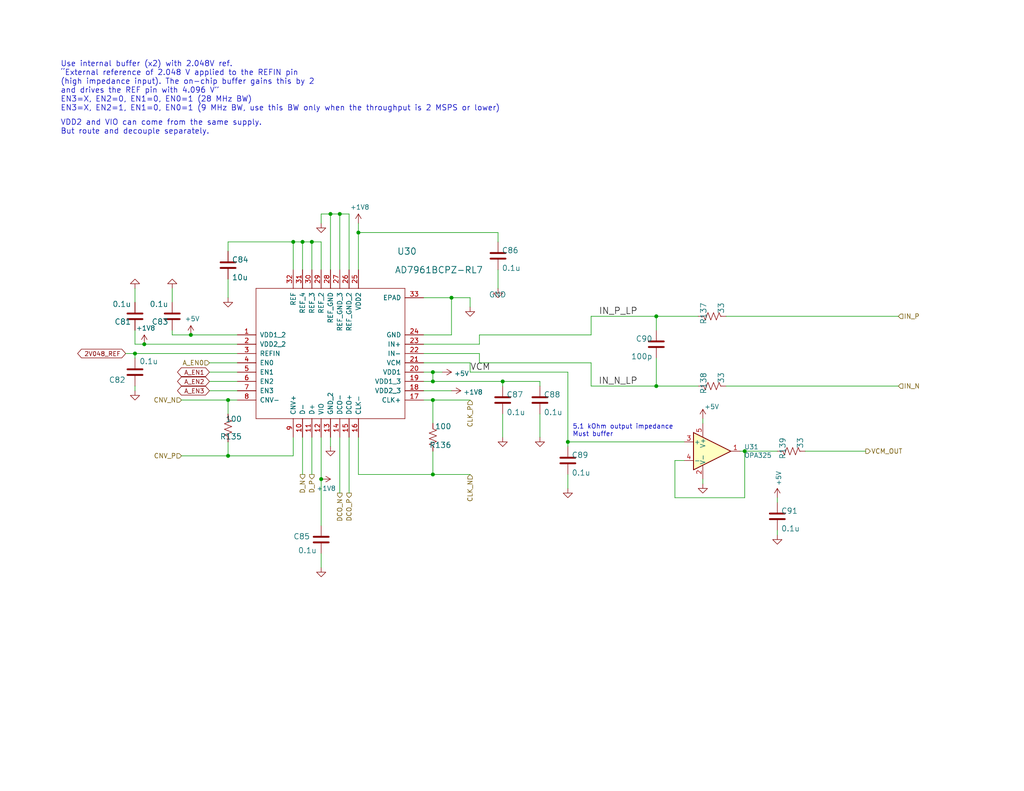
<source format=kicad_sch>
(kicad_sch (version 20211123) (generator eeschema)
  (paper "A")
  (lib_symbols
    (symbol "Device:C" (pin_numbers hide) (pin_names (offset 0.254))
      (property "Reference" "C" (at 0.635 2.54 0))
      (property "Value" "C" (at 0.635 -2.54 0))
      (symbol "C_0_1"
        (polyline (pts (xy -2.032 -0.762) (xy 2.032 -0.762)) (stroke (width 0.508)))
        (polyline (pts (xy -2.032 0.762) (xy 2.032 0.762)) (stroke (width 0.508)))
      )
      (symbol "C_1_1"
        (pin passive line (at 0 3.81 270) (length 2.794) (name "~") (number "1"))
        (pin passive line (at 0 -3.81 90) (length 2.794) (name "~") (number "2"))
      )
    )
    (symbol "Device:R_US" (pin_numbers hide) (pin_names (offset 0))
      (property "Reference" "R" (at 2.54 0 90))
      (property "Value" "R_US" (at -2.54 0 90))
      (symbol "R_US_0_1"
        (polyline (pts (xy 0 -2.286) (xy 0 -2.54)))
        (polyline (pts (xy 0 2.286) (xy 0 2.54)))
        (polyline (pts (xy 0 -0.762) (xy 1.016 -1.143) (xy 0 -1.524) (xy -1.016 -1.905) (xy 0 -2.286)))
        (polyline (pts (xy 0 0.762) (xy 1.016 0.381) (xy 0 0) (xy -1.016 -0.381) (xy 0 -0.762)))
        (polyline (pts (xy 0 2.286) (xy 1.016 1.905) (xy 0 1.524) (xy -1.016 1.143) (xy 0 0.762)))
      )
      (symbol "R_US_1_1"
        (pin passive line (at 0 3.81 270) (length 1.27) (name "~") (number "1"))
        (pin passive line (at 0 -3.81 90) (length 1.27) (name "~") (number "2"))
      )
    )
    (symbol "covg-kicad:AD7961BCPZ-RL7" (pin_names (offset 1.016))
      (property "Reference" "U" (at 18.1356 26.8986 0))
      (property "Value" "AD7961BCPZ-RL7" (at 17.5006 21.8186 0))
      (symbol "AD7961BCPZ-RL7_1_0"
        (polyline (pts (xy -20.32 -17.78) (xy 20.32 -17.78)))
        (polyline (pts (xy -20.32 17.78) (xy -20.32 -17.78)))
        (polyline (pts (xy 20.32 -17.78) (xy 20.32 17.78)))
        (polyline (pts (xy 20.32 17.78) (xy -20.32 17.78)))
        (pin power_in line (at -25.4 5.08 0) (length 5.08) (name "VDD1_2") (number "1"))
        (pin output line (at -7.62 -22.86 90) (length 5.08) (name "D-") (number "10"))
        (pin output line (at -5.08 -22.86 90) (length 5.08) (name "D+") (number "11"))
        (pin power_in line (at -2.54 -22.86 90) (length 5.08) (name "VIO") (number "12"))
        (pin power_in line (at 0 -22.86 90) (length 5.08) (name "GND_2") (number "13"))
        (pin output line (at 2.54 -22.86 90) (length 5.08) (name "DCO-") (number "14"))
        (pin output line (at 5.08 -22.86 90) (length 5.08) (name "DCO+") (number "15"))
        (pin input line (at 7.62 -22.86 90) (length 5.08) (name "CLK-") (number "16"))
        (pin input line (at 25.4 -12.7 180) (length 5.08) (name "CLK+") (number "17"))
        (pin power_in line (at 25.4 -10.16 180) (length 5.08) (name "VDD2_3") (number "18"))
        (pin power_in line (at 25.4 -7.62 180) (length 5.08) (name "VDD1_3") (number "19"))
        (pin power_in line (at -25.4 2.54 0) (length 5.08) (name "VDD2_2") (number "2"))
        (pin power_in line (at 25.4 -5.08 180) (length 5.08) (name "VDD1") (number "20"))
        (pin output line (at 25.4 -2.54 180) (length 5.08) (name "VCM") (number "21"))
        (pin input line (at 25.4 0 180) (length 5.08) (name "IN-") (number "22"))
        (pin input line (at 25.4 2.54 180) (length 5.08) (name "IN+") (number "23"))
        (pin power_in line (at 25.4 5.08 180) (length 5.08) (name "GND") (number "24"))
        (pin power_in line (at 7.62 22.86 270) (length 5.08) (name "VDD2") (number "25"))
        (pin power_in line (at 5.08 22.86 270) (length 5.08) (name "REF_GND_2") (number "26"))
        (pin power_in line (at 2.54 22.86 270) (length 5.08) (name "REF_GND_3") (number "27"))
        (pin power_in line (at 0 22.86 270) (length 5.08) (name "REF_GND") (number "28"))
        (pin bidirectional line (at -2.54 22.86 270) (length 5.08) (name "REF_2") (number "29"))
        (pin input line (at -25.4 0 0) (length 5.08) (name "REFIN") (number "3"))
        (pin bidirectional line (at -5.08 22.86 270) (length 5.08) (name "REF_3") (number "30"))
        (pin bidirectional line (at -7.62 22.86 270) (length 5.08) (name "REF_4") (number "31"))
        (pin bidirectional line (at -10.16 22.86 270) (length 5.08) (name "REF") (number "32"))
        (pin power_in line (at 25.4 15.24 180) (length 5.08) (name "EPAD") (number "33"))
        (pin input line (at -25.4 -2.54 0) (length 5.08) (name "EN0") (number "4"))
        (pin input line (at -25.4 -5.08 0) (length 5.08) (name "EN1") (number "5"))
        (pin input line (at -25.4 -7.62 0) (length 5.08) (name "EN2") (number "6"))
        (pin input line (at -25.4 -10.16 0) (length 5.08) (name "EN3") (number "7"))
        (pin input line (at -25.4 -12.7 0) (length 5.08) (name "CNV-") (number "8"))
        (pin input line (at -10.16 -22.86 90) (length 5.08) (name "CNV+") (number "9"))
      )
    )
    (symbol "covg-kicad:OPA325" (pin_names (offset 0.127))
      (property "Reference" "U" (at -1.27 6.35 0))
      (property "Value" "OPA325" (at -1.27 3.81 0))
      (symbol "OPA325_0_1"
        (polyline (pts (xy -5.08 5.08) (xy 5.08 0) (xy -5.08 -5.08) (xy -5.08 5.08)) (stroke (width 0.254)) (fill (type background)))
        (pin power_in line (at -2.54 -7.62 90) (length 3.81) (name "V-") (number "2"))
        (pin power_in line (at -2.54 7.62 270) (length 3.81) (name "V+") (number "5"))
      )
      (symbol "OPA325_1_1"
        (pin output line (at 7.62 0 180) (length 2.54) (name "~") (number "1"))
        (pin input line (at -7.62 2.54 0) (length 2.54) (name "+") (number "3"))
        (pin input line (at -7.62 -2.54 0) (length 2.54) (name "-") (number "4"))
      )
    )
    (symbol "power:+1V8" (power) (pin_names (offset 0))
      (property "Value" "+1V8" (at 0 3.556 0))
      (symbol "+1V8_0_1"
        (polyline (pts (xy -0.762 1.27) (xy 0 2.54)))
        (polyline (pts (xy 0 0) (xy 0 2.54)))
        (polyline (pts (xy 0 2.54) (xy 0.762 1.27)))
      )
      (symbol "+1V8_1_1"
        (pin power_in line (at 0 0 90) (length 0) hide (name "+1V8") (number "1"))
      )
    )
    (symbol "power:+5V" (power) (pin_names (offset 0))
      (property "Value" "+5V" (at 0 3.556 0))
      (symbol "+5V_0_1"
        (polyline (pts (xy -0.762 1.27) (xy 0 2.54)))
        (polyline (pts (xy 0 0) (xy 0 2.54)))
        (polyline (pts (xy 0 2.54) (xy 0.762 1.27)))
      )
      (symbol "+5V_1_1"
        (pin power_in line (at 0 0 90) (length 0) hide (name "+5V") (number "1"))
      )
    )
    (symbol "power:GND" (power) (pin_names (offset 0))
      (property "Value" "GND" (at 0 -3.81 0))
      (symbol "GND_0_1"
        (polyline (pts (xy 0 0) (xy 0 -1.27) (xy 1.27 -1.27) (xy 0 -2.54) (xy -1.27 -1.27) (xy 0 -1.27)))
      )
      (symbol "GND_1_1"
        (pin power_in line (at 0 0 270) (length 0) hide (name "GND") (number "1"))
      )
    )
  )
  (junction (at 137.16 104.14))
  (junction (at 87.63 130.81))
  (junction (at 179.07 86.36))
  (junction (at 52.07 91.44))
  (junction (at 62.23 124.46))
  (junction (at 123.19 81.28))
  (junction (at 85.09 66.04))
  (junction (at 97.79 63.5))
  (junction (at 82.55 66.04))
  (junction (at 90.17 58.42))
  (junction (at 92.71 58.42))
  (junction (at 118.11 109.22))
  (junction (at 203.2 123.19))
  (junction (at 118.11 101.6))
  (junction (at 36.83 96.52))
  (junction (at 118.11 104.14))
  (junction (at 118.11 129.54))
  (junction (at 80.01 66.04))
  (junction (at 179.07 105.41))
  (junction (at 39.37 93.98))
  (junction (at 62.23 109.22))
  (junction (at 154.94 120.65))
  (wire (pts (xy 90.17 58.42) (xy 92.71 58.42)))
  (wire (pts (xy 92.71 58.42) (xy 95.25 58.42)))
  (wire (pts (xy 118.11 109.22) (xy 118.11 115.57)))
  (wire (pts (xy 179.07 90.17) (xy 179.07 86.36)))
  (wire (pts (xy 147.32 113.03) (xy 147.32 119.38)))
  (wire (pts (xy 36.83 78.74) (xy 36.83 82.55)))
  (wire (pts (xy 85.09 73.66) (xy 85.09 66.04)))
  (wire (pts (xy 115.57 96.52) (xy 130.81 96.52)))
  (wire (pts (xy 118.11 104.14) (xy 118.11 101.6)))
  (wire (pts (xy 87.63 58.42) (xy 90.17 58.42)))
  (wire (pts (xy 36.83 93.98) (xy 36.83 90.17)))
  (wire (pts (xy 80.01 124.46) (xy 80.01 119.38)))
  (wire (pts (xy 118.11 101.6) (xy 115.57 101.6)))
  (wire (pts (xy 118.11 104.14) (xy 137.16 104.14)))
  (wire (pts (xy 128.27 101.6) (xy 154.94 101.6)))
  (wire (pts (xy 64.77 96.52) (xy 36.83 96.52)))
  (wire (pts (xy 161.29 86.36) (xy 179.07 86.36)))
  (wire (pts (xy 52.07 91.44) (xy 64.77 91.44)))
  (wire (pts (xy 120.65 101.6) (xy 118.11 101.6)))
  (wire (pts (xy 46.99 91.44) (xy 52.07 91.44)))
  (wire (pts (xy 115.57 99.06) (xy 128.27 99.06)))
  (wire (pts (xy 97.79 119.38) (xy 97.79 129.54)))
  (wire (pts (xy 85.09 119.38) (xy 85.09 129.54)))
  (wire (pts (xy 97.79 60.96) (xy 97.79 63.5)))
  (wire (pts (xy 123.19 81.28) (xy 128.27 81.28)))
  (wire (pts (xy 147.32 105.41) (xy 147.32 104.14)))
  (wire (pts (xy 36.83 97.79) (xy 36.83 96.52)))
  (wire (pts (xy 80.01 73.66) (xy 80.01 66.04)))
  (wire (pts (xy 87.63 73.66) (xy 87.63 66.04)))
  (wire (pts (xy 154.94 121.92) (xy 154.94 120.65)))
  (wire (pts (xy 191.77 132.08) (xy 191.77 130.81)))
  (wire (pts (xy 97.79 73.66) (xy 97.79 63.5)))
  (wire (pts (xy 161.29 91.44) (xy 161.29 86.36)))
  (wire (pts (xy 87.63 119.38) (xy 87.63 130.81)))
  (wire (pts (xy 39.37 93.98) (xy 64.77 93.98)))
  (wire (pts (xy 219.71 123.19) (xy 236.22 123.19)))
  (wire (pts (xy 130.81 96.52) (xy 130.81 99.06)))
  (wire (pts (xy 115.57 109.22) (xy 118.11 109.22)))
  (wire (pts (xy 154.94 129.54) (xy 154.94 133.35)))
  (wire (pts (xy 82.55 73.66) (xy 82.55 66.04)))
  (wire (pts (xy 154.94 101.6) (xy 154.94 120.65)))
  (wire (pts (xy 62.23 109.22) (xy 49.53 109.22)))
  (wire (pts (xy 118.11 123.19) (xy 118.11 129.54)))
  (wire (pts (xy 95.25 119.38) (xy 95.25 134.62)))
  (wire (pts (xy 184.15 135.89) (xy 203.2 135.89)))
  (wire (pts (xy 62.23 124.46) (xy 80.01 124.46)))
  (wire (pts (xy 115.57 93.98) (xy 130.81 93.98)))
  (wire (pts (xy 36.83 96.52) (xy 34.29 96.52)))
  (wire (pts (xy 137.16 105.41) (xy 137.16 104.14)))
  (wire (pts (xy 64.77 104.14) (xy 57.15 104.14)))
  (wire (pts (xy 90.17 119.38) (xy 90.17 121.92)))
  (wire (pts (xy 92.71 119.38) (xy 92.71 134.62)))
  (wire (pts (xy 62.23 109.22) (xy 64.77 109.22)))
  (wire (pts (xy 203.2 135.89) (xy 203.2 123.19)))
  (wire (pts (xy 191.77 114.3) (xy 191.77 115.57)))
  (wire (pts (xy 135.89 66.04) (xy 135.89 63.5)))
  (wire (pts (xy 36.83 106.68) (xy 36.83 105.41)))
  (wire (pts (xy 135.89 73.66) (xy 135.89 78.74)))
  (wire (pts (xy 128.27 99.06) (xy 128.27 101.6)))
  (wire (pts (xy 64.77 101.6) (xy 57.15 101.6)))
  (wire (pts (xy 87.63 154.94) (xy 87.63 151.13)))
  (wire (pts (xy 90.17 73.66) (xy 90.17 58.42)))
  (wire (pts (xy 198.12 105.41) (xy 245.11 105.41)))
  (wire (pts (xy 118.11 129.54) (xy 128.27 129.54)))
  (wire (pts (xy 130.81 99.06) (xy 161.29 99.06)))
  (wire (pts (xy 203.2 123.19) (xy 212.09 123.19)))
  (wire (pts (xy 212.09 144.78) (xy 212.09 146.05)))
  (wire (pts (xy 179.07 97.79) (xy 179.07 105.41)))
  (wire (pts (xy 154.94 120.65) (xy 186.69 120.65)))
  (wire (pts (xy 130.81 91.44) (xy 161.29 91.44)))
  (wire (pts (xy 128.27 81.28) (xy 128.27 83.82)))
  (wire (pts (xy 115.57 81.28) (xy 123.19 81.28)))
  (wire (pts (xy 184.15 125.73) (xy 184.15 135.89)))
  (wire (pts (xy 137.16 104.14) (xy 147.32 104.14)))
  (wire (pts (xy 87.63 66.04) (xy 85.09 66.04)))
  (wire (pts (xy 82.55 66.04) (xy 80.01 66.04)))
  (wire (pts (xy 212.09 137.16) (xy 212.09 135.89)))
  (wire (pts (xy 186.69 125.73) (xy 184.15 125.73)))
  (wire (pts (xy 92.71 73.66) (xy 92.71 58.42)))
  (wire (pts (xy 95.25 58.42) (xy 95.25 73.66)))
  (wire (pts (xy 62.23 120.65) (xy 62.23 124.46)))
  (wire (pts (xy 62.23 76.2) (xy 62.23 81.28)))
  (wire (pts (xy 130.81 93.98) (xy 130.81 91.44)))
  (wire (pts (xy 161.29 99.06) (xy 161.29 105.41)))
  (wire (pts (xy 198.12 86.36) (xy 245.11 86.36)))
  (wire (pts (xy 64.77 106.68) (xy 57.15 106.68)))
  (wire (pts (xy 137.16 113.03) (xy 137.16 119.38)))
  (wire (pts (xy 62.23 68.58) (xy 62.23 66.04)))
  (wire (pts (xy 190.5 105.41) (xy 179.07 105.41)))
  (wire (pts (xy 82.55 119.38) (xy 82.55 129.54)))
  (wire (pts (xy 118.11 109.22) (xy 128.27 109.22)))
  (wire (pts (xy 123.19 91.44) (xy 123.19 81.28)))
  (wire (pts (xy 115.57 91.44) (xy 123.19 91.44)))
  (wire (pts (xy 190.5 86.36) (xy 179.07 86.36)))
  (wire (pts (xy 87.63 130.81) (xy 87.63 143.51)))
  (wire (pts (xy 115.57 106.68) (xy 123.19 106.68)))
  (wire (pts (xy 46.99 91.44) (xy 46.99 90.17)))
  (wire (pts (xy 62.23 109.22) (xy 62.23 113.03)))
  (wire (pts (xy 62.23 66.04) (xy 80.01 66.04)))
  (wire (pts (xy 97.79 63.5) (xy 135.89 63.5)))
  (wire (pts (xy 36.83 93.98) (xy 39.37 93.98)))
  (wire (pts (xy 46.99 78.74) (xy 46.99 82.55)))
  (wire (pts (xy 161.29 105.41) (xy 179.07 105.41)))
  (wire (pts (xy 115.57 104.14) (xy 118.11 104.14)))
  (wire (pts (xy 203.2 123.19) (xy 201.93 123.19)))
  (wire (pts (xy 62.23 124.46) (xy 49.53 124.46)))
  (wire (pts (xy 87.63 60.96) (xy 87.63 58.42)))
  (wire (pts (xy 64.77 99.06) (xy 57.15 99.06)))
  (wire (pts (xy 97.79 129.54) (xy 118.11 129.54)))
  (wire (pts (xy 85.09 66.04) (xy 82.55 66.04)))
  (text "VDD2 and VIO can come from the same supply. \nBut route and decouple separately." (at 16.51 36.83 0) (effects (font (size 1.4986 1.4986)) (justify left bottom)))
  (text "5.1 kOhm output impedance\nMust buffer\n" (at 156.21 119.38 0) (effects (font (size 1.27 1.27)) (justify left bottom)))
  (text "Use internal buffer (x2) with 2.048V ref.  \n “External reference of 2.048 V applied to the REFIN pin\n(high impedance input). The on-chip buffer gains this by 2\nand drives the REF pin with 4.096 V” \nEN3=X, EN2=0, EN1=0, EN0=1 (28 MHz BW)\nEN3=X, EN2=1, EN1=0, EN0=1 (9 MHz BW, use this BW only when the throughput is 2 MSPS or lower)" (at 16.51 30.48 0) (effects (font (size 1.4986 1.4986)) (justify left bottom)))
  (label "VCM" (at 128.27 101.6 0) (effects (font (size 1.778 1.778))))
  (label "IN_P_LP" (at 173.99 86.36 180) (effects (font (size 1.778 1.778))))
  (label "IN_N_LP" (at 173.99 105.41 180) (effects (font (size 1.778 1.778))))
  (global_label "A_EN2" (shape bidirectional) (at 57.15 104.14 180) (effects (font (size 1.1938 1.1938))) (property "Intersheet References" "${INTERSHEET_REFS}" (effects hide)))
  (global_label "A_EN1" (shape bidirectional) (at 57.15 101.6 180) (effects (font (size 1.1938 1.1938))) (property "Intersheet References" "${INTERSHEET_REFS}" (effects hide)))
  (global_label "A_EN3" (shape bidirectional) (at 57.15 106.68 180) (effects (font (size 1.1938 1.1938))) (property "Intersheet References" "${INTERSHEET_REFS}" (effects hide)))
  (global_label "2V048_REF" (shape bidirectional) (at 34.29 96.52 180) (effects (font (size 1.1938 1.1938))) (property "Intersheet References" "${INTERSHEET_REFS}" (effects hide)))
  (hierarchical_label "CLK_P" (shape input) (at 128.27 109.22 270))
  (hierarchical_label "D_N" (shape output) (at 82.55 129.54 270))
  (hierarchical_label "DCO_N" (shape output) (at 92.71 134.62 270))
  (hierarchical_label "CNV_N" (shape input) (at 49.53 109.22 180))
  (hierarchical_label "CNV_P" (shape input) (at 49.53 124.46 180))
  (hierarchical_label "IN_P" (shape input) (at 245.11 86.36 0))
  (hierarchical_label "DCO_P" (shape output) (at 95.25 134.62 270))
  (hierarchical_label "A_EN0" (shape input) (at 57.15 99.06 180))
  (hierarchical_label "VCM_OUT" (shape output) (at 236.22 123.19 0))
  (hierarchical_label "D_P" (shape output) (at 85.09 129.54 270))
  (hierarchical_label "CLK_N" (shape input) (at 128.27 129.54 270))
  (hierarchical_label "IN_N" (shape input) (at 245.11 105.41 0))
  (symbol (lib_id "power:GND") (at 87.63 154.94 0) (unit 1)
    (property "Reference" "#GND0135" (effects hide))
    (property "Value" "GND" (effects hide))
  )
  (symbol (lib_id "power:GND") (at 137.16 119.38 0) (unit 1)
    (property "Reference" "#GND0139" (effects hide))
    (property "Value" "GND" (effects hide))
  )
  (symbol (lib_id "Device:C") (at 36.83 86.36 180) (unit 1)
    (property "Reference" "C81" (at 35.814 86.995 0) (effects (font (size 1.4986 1.4986)) (justify left bottom)))
    (property "Value" "0.1u" (at 35.814 82.169 0) (effects (font (size 1.4986 1.4986)) (justify left bottom)))
    (property "Footprint" "Capacitor_SMD:C_0603_1608Metric" (effects hide))
    (property "Manf#" "CL10B104KA8NFNC" (effects hide))
    (property "Manufacturer_Name" "Samsung" (effects hide))
    (property "Tolerance" "10%" (effects hide))
    (property "voltage" "25" (effects hide))
  )
  (symbol (lib_id "Device:C") (at 62.23 72.39 0) (unit 1)
    (property "Reference" "C84" (at 63.246 71.755 0) (effects (font (size 1.4986 1.4986)) (justify left bottom)))
    (property "Value" "10u" (at 63.246 76.581 0) (effects (font (size 1.4986 1.4986)) (justify left bottom)))
    (property "Footprint" "Capacitor_SMD:C_0603_1608Metric" (effects hide))
    (property "Manf#" "JMK107ABJ106KAHT" (effects hide))
    (property "Tolerance" "10%" (effects hide))
    (property "voltage" "6.3V" (effects hide))
  )
  (symbol (lib_id "Device:C") (at 135.89 69.85 0) (unit 1)
    (property "Reference" "C86" (at 136.906 69.215 0) (effects (font (size 1.4986 1.4986)) (justify left bottom)))
    (property "Value" "0.1u" (at 136.906 74.041 0) (effects (font (size 1.4986 1.4986)) (justify left bottom)))
    (property "Footprint" "Capacitor_SMD:C_0603_1608Metric" (effects hide))
    (property "Manf#" "CL10B104KA8NFNC" (effects hide))
    (property "Manufacturer_Name" "Samsung" (effects hide))
    (property "Tolerance" "10%" (effects hide))
    (property "voltage" "25" (effects hide))
  )
  (symbol (lib_id "covg-kicad:OPA325") (at 194.31 123.19 0) (unit 1)
    (property "Reference" "U31" (at 203.0476 122.0216 0) (effects (justify left)))
    (property "Value" "OPA325" (at 203.0476 124.333 0) (effects (justify left)))
    (property "Footprint" "Package_TO_SOT_SMD:SOT-23-5" (effects hide))
    (property "Datasheet" "https://www.ti.com/lit/ds/symlink/opa325.pdf?ts=1622090939582" (effects hide))
    (property "Manf#" "OPA325IDBVR" (effects hide))
  )
  (symbol (lib_id "power:+5V") (at 191.77 114.3 0) (unit 1)
    (property "Reference" "#PWR0162" (effects hide))
    (property "Value" "+5V" (at 192.151 111.0488 0) (effects (justify left)))
  )
  (symbol (lib_id "power:GND") (at 191.77 132.08 0) (unit 1)
    (property "Reference" "#GND0142" (effects hide))
    (property "Value" "GND" (effects hide))
  )
  (symbol (lib_id "Device:R_US") (at 215.9 123.19 90) (mirror x) (unit 1)
    (property "Reference" "R139" (at 214.4014 119.38 0) (effects (font (size 1.4986 1.4986)) (justify left bottom)))
    (property "Value" "33" (at 219.202 119.38 0) (effects (font (size 1.4986 1.4986)) (justify left bottom)))
    (property "Footprint" "Resistor_SMD:R_0603_1608Metric" (effects hide))
    (property "Manf#" "RC0603FR-0733RL" (effects hide))
    (property "Power" "0.1W" (effects hide))
    (property "Tolerance" "1%" (effects hide))
  )
  (symbol (lib_id "Device:C") (at 212.09 140.97 0) (unit 1)
    (property "Reference" "C91" (at 213.106 140.335 0) (effects (font (size 1.4986 1.4986)) (justify left bottom)))
    (property "Value" "0.1u" (at 213.106 145.161 0) (effects (font (size 1.4986 1.4986)) (justify left bottom)))
    (property "Footprint" "Capacitor_SMD:C_0603_1608Metric" (effects hide))
    (property "Manf#" "CL10B104KA8NFNC" (effects hide))
    (property "Manufacturer_Name" "Samsung" (effects hide))
    (property "Tolerance" "10%" (effects hide))
    (property "voltage" "25" (effects hide))
  )
  (symbol (lib_id "power:+5V") (at 212.09 135.89 0) (unit 1)
    (property "Reference" "#PWR0163" (effects hide))
    (property "Value" "+5V" (at 212.471 132.6388 90) (effects (justify left)))
  )
  (symbol (lib_id "power:GND") (at 212.09 146.05 0) (unit 1)
    (property "Reference" "#GND0143" (effects hide))
    (property "Value" "GND" (effects hide))
  )
  (symbol (lib_id "Device:C") (at 36.83 101.6 180) (unit 1)
    (property "Reference" "C82" (at 34.29 102.87 0) (effects (font (size 1.4986 1.4986)) (justify left bottom)))
    (property "Value" "0.1u" (at 43.18 97.79 0) (effects (font (size 1.4986 1.4986)) (justify left bottom)))
    (property "Footprint" "Capacitor_SMD:C_0603_1608Metric" (effects hide))
    (property "Manf#" "CL10B104KA8NFNC" (effects hide))
    (property "Manufacturer_Name" "Samsung" (effects hide))
    (property "Tolerance" "10%" (effects hide))
    (property "voltage" "25" (effects hide))
  )
  (symbol (lib_id "power:GND") (at 36.83 106.68 0) (unit 1)
    (property "Reference" "#GND0131" (effects hide))
    (property "Value" "GND" (effects hide))
  )
  (symbol (lib_id "Device:C") (at 154.94 125.73 0) (unit 1)
    (property "Reference" "C89" (at 155.956 125.095 0) (effects (font (size 1.4986 1.4986)) (justify left bottom)))
    (property "Value" "0.1u" (at 155.956 129.921 0) (effects (font (size 1.4986 1.4986)) (justify left bottom)))
    (property "Footprint" "Capacitor_SMD:C_0603_1608Metric" (effects hide))
    (property "Manf#" "CL10B104KA8NFNC" (effects hide))
    (property "Manufacturer_Name" "Samsung" (effects hide))
    (property "Tolerance" "10%" (effects hide))
    (property "voltage" "25" (effects hide))
  )
  (symbol (lib_id "power:GND") (at 154.94 133.35 0) (unit 1)
    (property "Reference" "#GND0141" (effects hide))
    (property "Value" "GND" (effects hide))
  )
  (symbol (lib_id "power:+1V8") (at 97.79 60.96 0) (unit 1)
    (property "Reference" "#PWR0159" (effects hide))
    (property "Value" "+1V8" (at 98.171 56.5658 0))
  )
  (symbol (lib_id "power:+1V8") (at 87.63 130.81 270) (unit 1)
    (property "Reference" "#PWR0158" (effects hide))
    (property "Value" "+1V8" (at 86.36 133.35 90) (effects (justify left)))
  )
  (symbol (lib_id "power:+1V8") (at 39.37 93.98 0) (unit 1)
    (property "Reference" "#PWR0156" (effects hide))
    (property "Value" "+1V8" (at 39.751 89.5858 0))
  )
  (symbol (lib_id "power:+1V8") (at 123.19 106.68 270) (unit 1)
    (property "Reference" "#PWR0161" (effects hide))
    (property "Value" "+1V8" (at 126.4412 107.061 90) (effects (justify left)))
  )
  (symbol (lib_id "power:+5V") (at 52.07 91.44 0) (unit 1)
    (property "Reference" "#PWR0157" (effects hide))
    (property "Value" "+5V" (at 52.451 87.0458 0))
  )
  (symbol (lib_id "power:+5V") (at 120.65 101.6 270) (unit 1)
    (property "Reference" "#PWR0160" (effects hide))
    (property "Value" "+5V" (at 123.9012 101.981 90) (effects (justify left)))
  )
  (symbol (lib_id "power:GND") (at 135.89 78.74 0) (unit 1)
    (property "Reference" "#GND0138" (effects hide))
    (property "Value" "GND" (at 133.35 81.28 0) (effects (font (size 1.4986 1.4986)) (justify left bottom)))
  )
  (symbol (lib_id "power:GND") (at 87.63 60.96 0) (unit 1)
    (property "Reference" "#GND0134" (effects hide))
    (property "Value" "GND" (effects hide))
  )
  (symbol (lib_id "covg-kicad:AD7961BCPZ-RL7") (at 90.17 96.52 0) (unit 1)
    (property "Reference" "U30" (at 108.3056 69.6214 0) (effects (font (size 1.7526 1.7526)) (justify left bottom)))
    (property "Value" "AD7961BCPZ-RL7" (at 107.6706 74.7014 0) (effects (font (size 1.7526 1.7526)) (justify left bottom)))
    (property "Footprint" "Package_DFN_QFN:QFN-32-1EP_5x5mm_P0.5mm_EP3.1x3.1mm" (effects hide))
    (property "Manf#" "AD7961BCPZ-RL7" (effects hide))
  )
  (symbol (lib_id "Device:R_US") (at 194.31 86.36 90) (mirror x) (unit 1)
    (property "Reference" "R137" (at 192.8114 82.55 0) (effects (font (size 1.4986 1.4986)) (justify left bottom)))
    (property "Value" "33" (at 197.612 82.55 0) (effects (font (size 1.4986 1.4986)) (justify left bottom)))
    (property "Footprint" "Resistor_SMD:R_0603_1608Metric" (effects hide))
    (property "Manf#" "RC0603FR-0733RL" (effects hide))
    (property "Power" "0.1W" (effects hide))
    (property "Tolerance" "1%" (effects hide))
  )
  (symbol (lib_id "Device:C") (at 46.99 86.36 180) (unit 1)
    (property "Reference" "C83" (at 45.974 86.995 0) (effects (font (size 1.4986 1.4986)) (justify left bottom)))
    (property "Value" "0.1u" (at 45.974 82.169 0) (effects (font (size 1.4986 1.4986)) (justify left bottom)))
    (property "Footprint" "Capacitor_SMD:C_0603_1608Metric" (effects hide))
    (property "Manf#" "CL10B104KA8NFNC" (effects hide))
    (property "Manufacturer_Name" "Samsung" (effects hide))
    (property "Tolerance" "10%" (effects hide))
    (property "voltage" "25" (effects hide))
  )
  (symbol (lib_id "power:GND") (at 128.27 83.82 0) (unit 1)
    (property "Reference" "#GND0137" (effects hide))
    (property "Value" "GND" (effects hide))
  )
  (symbol (lib_id "Device:C") (at 179.07 93.98 0) (mirror y) (unit 1)
    (property "Reference" "C90" (at 178.054 93.345 0) (effects (font (size 1.4986 1.4986)) (justify left bottom)))
    (property "Value" "100p" (at 178.054 98.171 0) (effects (font (size 1.4986 1.4986)) (justify left bottom)))
    (property "Footprint" "Capacitor_SMD:C_0603_1608Metric" (effects hide))
    (property "Manf#" "CC0603JRNPO0BN101" (effects hide))
    (property "Tolerance" "5%" (effects hide))
    (property "voltage" "100V" (effects hide))
  )
  (symbol (lib_id "Device:R_US") (at 62.23 116.84 180) (unit 1)
    (property "Reference" "R135" (at 66.04 118.3386 0) (effects (font (size 1.4986 1.4986)) (justify left bottom)))
    (property "Value" "100" (at 66.04 113.538 0) (effects (font (size 1.4986 1.4986)) (justify left bottom)))
    (property "Footprint" "Resistor_SMD:R_0603_1608Metric" (effects hide))
    (property "Manf#" "RC0603FR-07100RL" (effects hide))
    (property "Power" "0.1W" (effects hide))
    (property "Tolerance" "1%" (effects hide))
  )
  (symbol (lib_id "Device:R_US") (at 118.11 119.38 180) (unit 1)
    (property "Reference" "R136" (at 123.19 120.65 0) (effects (font (size 1.4986 1.4986)) (justify left bottom)))
    (property "Value" "100" (at 123.19 115.57 0) (effects (font (size 1.4986 1.4986)) (justify left bottom)))
    (property "Footprint" "Resistor_SMD:R_0603_1608Metric" (effects hide))
    (property "Manf#" "RC0603FR-07100RL" (effects hide))
    (property "Power" "0.1W" (effects hide))
    (property "Tolerance" "1%" (effects hide))
  )
  (symbol (lib_id "Device:R_US") (at 194.31 105.41 90) (mirror x) (unit 1)
    (property "Reference" "R138" (at 192.8114 101.6 0) (effects (font (size 1.4986 1.4986)) (justify left bottom)))
    (property "Value" "33" (at 197.612 101.6 0) (effects (font (size 1.4986 1.4986)) (justify left bottom)))
    (property "Footprint" "Resistor_SMD:R_0603_1608Metric" (effects hide))
    (property "Manf#" "RC0603FR-0733RL" (effects hide))
    (property "Power" "0.1W" (effects hide))
    (property "Tolerance" "1%" (effects hide))
  )
  (symbol (lib_id "Device:C") (at 137.16 109.22 0) (unit 1)
    (property "Reference" "C87" (at 138.176 108.585 0) (effects (font (size 1.4986 1.4986)) (justify left bottom)))
    (property "Value" "0.1u" (at 138.176 113.411 0) (effects (font (size 1.4986 1.4986)) (justify left bottom)))
    (property "Footprint" "Capacitor_SMD:C_0603_1608Metric" (effects hide))
    (property "Manf#" "CL10B104KA8NFNC" (effects hide))
    (property "Manufacturer_Name" "Samsung" (effects hide))
    (property "Tolerance" "10%" (effects hide))
    (property "Voltage" "25" (effects hide))
  )
  (symbol (lib_id "power:GND") (at 90.17 121.92 0) (unit 1)
    (property "Reference" "#GND0136" (effects hide))
    (property "Value" "GND" (effects hide))
  )
  (symbol (lib_id "power:GND") (at 36.83 78.74 180) (unit 1)
    (property "Reference" "#GND0130" (effects hide))
    (property "Value" "GND" (effects hide))
  )
  (symbol (lib_id "power:GND") (at 62.23 81.28 0) (unit 1)
    (property "Reference" "#GND0133" (effects hide))
    (property "Value" "GND" (effects hide))
  )
  (symbol (lib_id "power:GND") (at 46.99 78.74 180) (unit 1)
    (property "Reference" "#GND0132" (effects hide))
    (property "Value" "GND" (effects hide))
  )
  (symbol (lib_id "Device:C") (at 147.32 109.22 0) (unit 1)
    (property "Reference" "C88" (at 148.336 108.585 0) (effects (font (size 1.4986 1.4986)) (justify left bottom)))
    (property "Value" "0.1u" (at 148.336 113.411 0) (effects (font (size 1.4986 1.4986)) (justify left bottom)))
    (property "Footprint" "Capacitor_SMD:C_0603_1608Metric" (effects hide))
    (property "Manf#" "CL10B104KA8NFNC" (effects hide))
    (property "Voltage" "25" (effects hide))
    (property "Tolerance" "10%" (effects hide))
  )
  (symbol (lib_id "Device:C") (at 87.63 147.32 0) (unit 1)
    (property "Reference" "C85" (at 80.01 147.32 0) (effects (font (size 1.4986 1.4986)) (justify left bottom)))
    (property "Value" "0.1u" (at 81.28 151.13 0) (effects (font (size 1.4986 1.4986)) (justify left bottom)))
    (property "Footprint" "Capacitor_SMD:C_0603_1608Metric" (effects hide))
    (property "Manf#" "CL10B104KA8NFNC" (effects hide))
    (property "Voltage" "25" (effects hide))
    (property "Tolerance" "10%" (effects hide))
  )
  (symbol (lib_id "power:GND") (at 147.32 119.38 0) (unit 1)
    (property "Reference" "#GND0140" (effects hide))
    (property "Value" "GND" (effects hide))
  )
)
</source>
